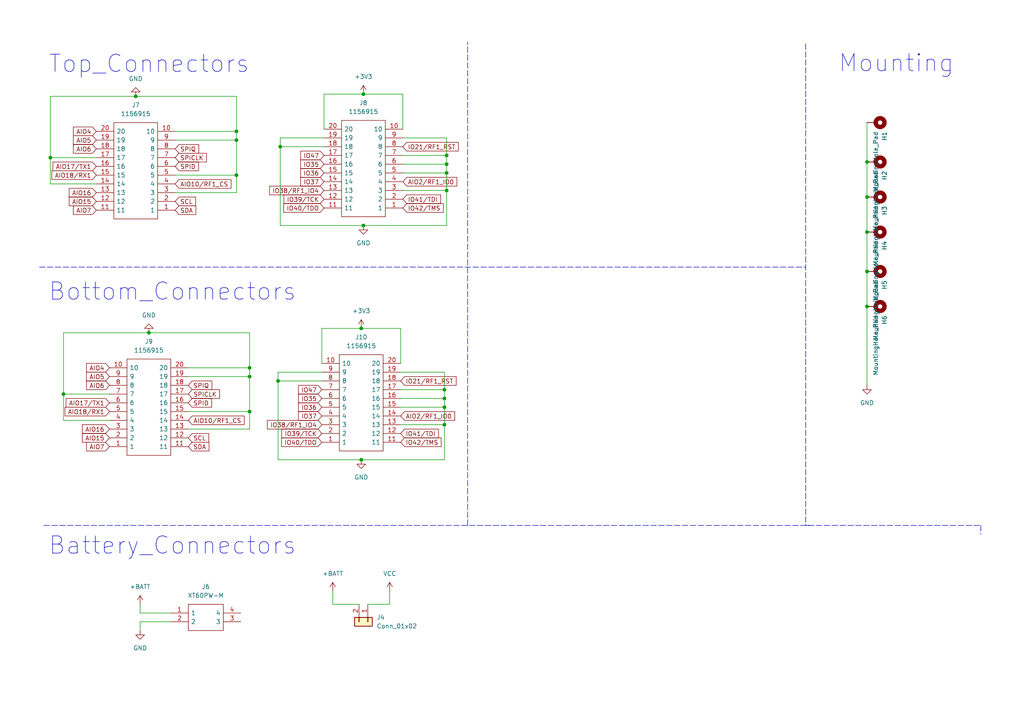
<source format=kicad_sch>
(kicad_sch (version 20211123) (generator eeschema)
  (paper "A4")
  (lib_symbols
    (symbol "1156915:1156915" (pin_names (offset 0.762))
      (property "Reference" "J" (at 19.05 7.62 0))
      (property "Value" "1156915" (at 40.64 6.35 0))
      (symbol "1156915_0_0"
        (pin passive line (at 22.86 -22.86 180) (length 5.08) (name "1") (number "1"))
        (pin passive line (at 22.86 0 180) (length 5.08) (name "10") (number "10"))
        (pin passive line (at 0 -22.86 0) (length 5.08) (name "11") (number "11"))
        (pin passive line (at 0 -20.32 0) (length 5.08) (name "12") (number "12"))
        (pin passive line (at 0 -17.78 0) (length 5.08) (name "13") (number "13"))
        (pin passive line (at 0 -15.24 0) (length 5.08) (name "14") (number "14"))
        (pin passive line (at 0 -12.7 0) (length 5.08) (name "15") (number "15"))
        (pin passive line (at 0 -10.16 0) (length 5.08) (name "16") (number "16"))
        (pin passive line (at 0 -7.62 0) (length 5.08) (name "17") (number "17"))
        (pin passive line (at 0 -5.08 0) (length 5.08) (name "18") (number "18"))
        (pin passive line (at 0 -2.54 0) (length 5.08) (name "19") (number "19"))
        (pin passive line (at 22.86 -20.32 180) (length 5.08) (name "2") (number "2"))
        (pin passive line (at 0 0 0) (length 5.08) (name "20") (number "20"))
        (pin passive line (at 22.86 -17.78 180) (length 5.08) (name "3") (number "3"))
        (pin passive line (at 22.86 -15.24 180) (length 5.08) (name "4") (number "4"))
        (pin passive line (at 22.86 -12.7 180) (length 5.08) (name "5") (number "5"))
        (pin passive line (at 22.86 -10.16 180) (length 5.08) (name "6") (number "6"))
        (pin passive line (at 22.86 -7.62 180) (length 5.08) (name "7") (number "7"))
        (pin passive line (at 22.86 -5.08 180) (length 5.08) (name "8") (number "8"))
        (pin passive line (at 22.86 -2.54 180) (length 5.08) (name "9") (number "9"))
      )
      (symbol "1156915_0_1"
        (polyline (pts (xy 5.08 2.54) (xy 17.78 2.54) (xy 17.78 -25.4) (xy 5.08 -25.4) (xy 5.08 2.54)) (stroke (width 0.1524)))
      )
    )
    (symbol "Connector_Generic:Conn_01x02" (pin_names (offset 1.016) hide)
      (property "Reference" "J" (at 0 2.54 0))
      (property "Value" "Conn_01x02" (at 0 -5.08 0))
      (symbol "Conn_01x02_1_1"
        (rectangle (start -1.27 -2.413) (end 0 -2.667) (stroke (width 0.1524)))
        (rectangle (start -1.27 0.127) (end 0 -0.127) (stroke (width 0.1524)))
        (rectangle (start -1.27 1.27) (end 1.27 -3.81) (stroke (width 0.254)) (fill (type background)))
        (pin passive line (at -5.08 0 0) (length 3.81) (name "Pin_1") (number "1"))
        (pin passive line (at -5.08 -2.54 0) (length 3.81) (name "Pin_2") (number "2"))
      )
    )
    (symbol "Mechanical:MountingHole_Pad" (pin_numbers hide) (pin_names (offset 1.016) hide)
      (property "Reference" "H" (at 0 6.35 0))
      (property "Value" "MountingHole_Pad" (at 0 4.445 0))
      (symbol "MountingHole_Pad_0_1"
        (circle (center 0 1.27) (radius 1.27) (stroke (width 1.27)))
      )
      (symbol "MountingHole_Pad_1_1"
        (pin input line (at 0 -2.54 90) (length 2.54) (name "1") (number "1"))
      )
    )
    (symbol "XT60PW-M:XT60PW-M" (pin_names (offset 0.762))
      (property "Reference" "J" (at 16.51 7.62 0))
      (property "Value" "XT60PW-M" (at 31.75 8.89 0))
      (symbol "XT60PW-M_0_0"
        (pin passive line (at 0 0 0) (length 5.08) (name "1") (number "1"))
        (pin passive line (at 0 -2.54 0) (length 5.08) (name "2") (number "2"))
        (pin passive line (at 20.32 -2.54 180) (length 5.08) (name "3") (number "3"))
        (pin passive line (at 20.32 0 180) (length 5.08) (name "4") (number "4"))
      )
      (symbol "XT60PW-M_0_1"
        (polyline (pts (xy 5.08 2.54) (xy 15.24 2.54) (xy 15.24 -5.08) (xy 5.08 -5.08) (xy 5.08 2.54)) (stroke (width 0.1524)))
      )
    )
    (symbol "power:+3V3" (power) (pin_names (offset 0))
      (property "Value" "+3V3" (at 0 3.556 0))
      (symbol "+3V3_0_1"
        (polyline (pts (xy -0.762 1.27) (xy 0 2.54)))
        (polyline (pts (xy 0 0) (xy 0 2.54)))
        (polyline (pts (xy 0 2.54) (xy 0.762 1.27)))
      )
      (symbol "+3V3_1_1"
        (pin power_in line (at 0 0 90) (length 0) hide (name "+3V3") (number "1"))
      )
    )
    (symbol "power:+BATT" (power) (pin_names (offset 0))
      (property "Value" "+BATT" (at 0 3.556 0))
      (symbol "+BATT_0_1"
        (polyline (pts (xy -0.762 1.27) (xy 0 2.54)))
        (polyline (pts (xy 0 0) (xy 0 2.54)))
        (polyline (pts (xy 0 2.54) (xy 0.762 1.27)))
      )
      (symbol "+BATT_1_1"
        (pin power_in line (at 0 0 90) (length 0) hide (name "+BATT") (number "1"))
      )
    )
    (symbol "power:GND" (power) (pin_names (offset 0))
      (property "Value" "GND" (at 0 -3.81 0))
      (symbol "GND_0_1"
        (polyline (pts (xy 0 0) (xy 0 -1.27) (xy 1.27 -1.27) (xy 0 -2.54) (xy -1.27 -1.27) (xy 0 -1.27)))
      )
      (symbol "GND_1_1"
        (pin power_in line (at 0 0 270) (length 0) hide (name "GND") (number "1"))
      )
    )
    (symbol "power:VCC" (power) (pin_names (offset 0))
      (property "Value" "VCC" (at 0 3.81 0))
      (symbol "VCC_0_1"
        (polyline (pts (xy -0.762 1.27) (xy 0 2.54)))
        (polyline (pts (xy 0 0) (xy 0 2.54)))
        (polyline (pts (xy 0 2.54) (xy 0.762 1.27)))
      )
      (symbol "VCC_1_1"
        (pin power_in line (at 0 0 90) (length 0) hide (name "VCC") (number "1"))
      )
    )
  )
  (junction (at 72.39 109.22))
  (junction (at 251.46 78.74))
  (junction (at 129.54 45.085))
  (junction (at 105.41 27.305))
  (junction (at 129.54 55.245))
  (junction (at 129.54 47.625))
  (junction (at 68.58 50.8))
  (junction (at 72.39 106.68))
  (junction (at 105.41 65.405))
  (junction (at 39.37 27.94))
  (junction (at 72.39 119.38))
  (junction (at 251.46 67.31))
  (junction (at 18.415 114.3))
  (junction (at 128.905 118.11))
  (junction (at 251.46 46.99))
  (junction (at 251.46 57.15))
  (junction (at 68.58 38.1))
  (junction (at 104.775 95.25))
  (junction (at 128.905 123.19))
  (junction (at 81.28 42.545))
  (junction (at 129.54 50.165))
  (junction (at 80.645 110.49))
  (junction (at 128.905 115.57))
  (junction (at 128.905 113.03))
  (junction (at 104.775 133.35))
  (junction (at 43.18 96.52))
  (junction (at 68.58 40.64))
  (junction (at 14.605 45.72))
  (junction (at 251.46 88.9))
  (wire (pts (xy 116.84 27.305) (xy 116.84 37.465)))
  (wire (pts (xy 68.58 38.1) (xy 68.58 27.94)))
  (polyline (pts (xy 233.68 12.7) (xy 233.68 152.4)))
  (wire (pts (xy 128.905 123.19) (xy 128.905 118.11)))
  (wire (pts (xy 14.605 27.94) (xy 39.37 27.94)))
  (wire (pts (xy 80.645 107.95) (xy 80.645 110.49)))
  (wire (pts (xy 81.28 40.005) (xy 81.28 42.545)))
  (wire (pts (xy 129.54 55.245) (xy 129.54 50.165)))
  (wire (pts (xy 81.28 42.545) (xy 93.98 42.545)))
  (wire (pts (xy 80.645 110.49) (xy 93.345 110.49)))
  (wire (pts (xy 251.46 78.74) (xy 251.46 88.9)))
  (polyline (pts (xy 12.7 152.4) (xy 284.48 152.4)))
  (wire (pts (xy 104.775 133.35) (xy 128.905 133.35)))
  (wire (pts (xy 54.61 124.46) (xy 72.39 124.46)))
  (wire (pts (xy 116.205 115.57) (xy 128.905 115.57)))
  (wire (pts (xy 251.46 35.56) (xy 251.46 46.99)))
  (wire (pts (xy 251.46 67.31) (xy 251.46 78.74)))
  (wire (pts (xy 18.415 121.92) (xy 31.75 121.92)))
  (wire (pts (xy 129.54 50.165) (xy 129.54 47.625)))
  (wire (pts (xy 93.345 105.41) (xy 93.345 95.25)))
  (wire (pts (xy 116.84 45.085) (xy 129.54 45.085)))
  (wire (pts (xy 116.205 113.03) (xy 128.905 113.03)))
  (wire (pts (xy 129.54 47.625) (xy 129.54 45.085)))
  (wire (pts (xy 50.8 55.88) (xy 68.58 55.88)))
  (wire (pts (xy 49.53 177.8) (xy 40.64 177.8)))
  (wire (pts (xy 128.905 107.95) (xy 116.205 107.95)))
  (wire (pts (xy 68.58 55.88) (xy 68.58 50.8)))
  (wire (pts (xy 18.415 96.52) (xy 43.18 96.52)))
  (wire (pts (xy 128.905 133.35) (xy 128.905 123.19)))
  (polyline (pts (xy 233.68 152.4) (xy 234.95 152.4)))
  (wire (pts (xy 81.28 65.405) (xy 105.41 65.405)))
  (wire (pts (xy 129.54 40.005) (xy 116.84 40.005)))
  (wire (pts (xy 68.58 40.64) (xy 68.58 38.1)))
  (wire (pts (xy 14.605 45.72) (xy 14.605 53.34)))
  (wire (pts (xy 14.605 45.72) (xy 27.94 45.72)))
  (wire (pts (xy 128.905 118.11) (xy 128.905 115.57)))
  (wire (pts (xy 50.8 38.1) (xy 68.58 38.1)))
  (wire (pts (xy 80.645 133.35) (xy 104.775 133.35)))
  (polyline (pts (xy 11.43 77.47) (xy 233.68 77.47)))
  (wire (pts (xy 93.98 40.005) (xy 81.28 40.005)))
  (wire (pts (xy 104.14 175.26) (xy 96.52 175.26)))
  (wire (pts (xy 128.905 115.57) (xy 128.905 113.03)))
  (wire (pts (xy 116.205 118.11) (xy 128.905 118.11)))
  (wire (pts (xy 80.645 110.49) (xy 80.645 133.35)))
  (wire (pts (xy 96.52 171.45) (xy 96.52 175.26)))
  (polyline (pts (xy 284.48 152.4) (xy 284.48 154.94)))
  (wire (pts (xy 93.98 37.465) (xy 93.98 27.305)))
  (wire (pts (xy 50.8 50.8) (xy 68.58 50.8)))
  (polyline (pts (xy 135.636 152.4) (xy 135.636 12.192)))
  (wire (pts (xy 72.39 106.68) (xy 72.39 96.52)))
  (wire (pts (xy 54.61 106.68) (xy 72.39 106.68)))
  (wire (pts (xy 251.46 46.99) (xy 251.46 57.15)))
  (wire (pts (xy 116.205 123.19) (xy 128.905 123.19)))
  (wire (pts (xy 116.84 47.625) (xy 129.54 47.625)))
  (wire (pts (xy 40.64 180.34) (xy 40.64 182.88)))
  (wire (pts (xy 72.39 119.38) (xy 72.39 109.22)))
  (wire (pts (xy 113.03 171.45) (xy 113.03 175.26)))
  (wire (pts (xy 72.39 124.46) (xy 72.39 119.38)))
  (wire (pts (xy 14.605 27.94) (xy 14.605 45.72)))
  (wire (pts (xy 39.37 27.94) (xy 68.58 27.94)))
  (wire (pts (xy 54.61 119.38) (xy 72.39 119.38)))
  (wire (pts (xy 14.605 53.34) (xy 27.94 53.34)))
  (wire (pts (xy 49.53 180.34) (xy 40.64 180.34)))
  (wire (pts (xy 129.54 45.085) (xy 129.54 40.005)))
  (wire (pts (xy 116.84 50.165) (xy 129.54 50.165)))
  (wire (pts (xy 128.905 113.03) (xy 128.905 107.95)))
  (wire (pts (xy 18.415 96.52) (xy 18.415 114.3)))
  (wire (pts (xy 72.39 109.22) (xy 72.39 106.68)))
  (wire (pts (xy 104.775 95.25) (xy 116.205 95.25)))
  (wire (pts (xy 93.345 107.95) (xy 80.645 107.95)))
  (wire (pts (xy 50.8 40.64) (xy 68.58 40.64)))
  (wire (pts (xy 18.415 114.3) (xy 31.75 114.3)))
  (wire (pts (xy 251.46 57.15) (xy 251.46 67.31)))
  (wire (pts (xy 105.41 65.405) (xy 129.54 65.405)))
  (wire (pts (xy 18.415 114.3) (xy 18.415 121.92)))
  (wire (pts (xy 54.61 109.22) (xy 72.39 109.22)))
  (wire (pts (xy 68.58 50.8) (xy 68.58 40.64)))
  (wire (pts (xy 129.54 65.405) (xy 129.54 55.245)))
  (wire (pts (xy 43.18 96.52) (xy 72.39 96.52)))
  (wire (pts (xy 93.345 95.25) (xy 104.775 95.25)))
  (wire (pts (xy 106.68 175.26) (xy 113.03 175.26)))
  (wire (pts (xy 93.98 27.305) (xy 105.41 27.305)))
  (wire (pts (xy 116.84 55.245) (xy 129.54 55.245)))
  (wire (pts (xy 81.28 42.545) (xy 81.28 65.405)))
  (wire (pts (xy 40.64 175.26) (xy 40.64 177.8)))
  (wire (pts (xy 251.46 88.9) (xy 251.46 111.76)))
  (wire (pts (xy 116.205 95.25) (xy 116.205 105.41)))
  (wire (pts (xy 105.41 27.305) (xy 116.84 27.305)))
  (text "Top_Connectors" (at 13.97 21.59 0) (effects (font (size 5 5)) (justify left bottom)))
  (text "Mounting " (at 243.078 21.3868 0) (effects (font (size 5 5)) (justify left bottom)))
  (text "Bottom_Connectors" (at 13.97 87.63 0) (effects (font (size 5 5)) (justify left bottom)))
  (text "Battery_Connectors" (at 13.97 161.29 0) (effects (font (size 5 5)) (justify left bottom)))
  (global_label "IO37" (shape input) (at 93.345 120.65 180) (property "Intersheet References" "${INTERSHEET_REFS}" (effects hide)))
  (global_label "AIO10{slash}RF1_CS" (shape input) (at 50.8 53.34 0) (property "Intersheet References" "${INTERSHEET_REFS}" (effects hide)))
  (global_label "SDA" (shape input) (at 54.61 129.54 0) (property "Intersheet References" "${INTERSHEET_REFS}" (effects hide)))
  (global_label "IO38{slash}RF1_IO4" (shape input) (at 93.98 55.245 180) (property "Intersheet References" "${INTERSHEET_REFS}" (effects hide)))
  (global_label "AIO5" (shape input) (at 27.94 40.64 180) (property "Intersheet References" "${INTERSHEET_REFS}" (effects hide)))
  (global_label "AIO18{slash}RX1" (shape input) (at 31.75 119.38 180) (property "Intersheet References" "${INTERSHEET_REFS}" (effects hide)))
  (global_label "AIO2{slash}RF1_IO0" (shape input) (at 116.205 120.65 0) (property "Intersheet References" "${INTERSHEET_REFS}" (effects hide)))
  (global_label "AIO17{slash}TX1" (shape input) (at 31.75 116.84 180) (property "Intersheet References" "${INTERSHEET_REFS}" (effects hide)))
  (global_label "IO39{slash}TCK" (shape input) (at 93.345 125.73 180) (property "Intersheet References" "${INTERSHEET_REFS}" (effects hide)))
  (global_label "IO41{slash}TDI" (shape input) (at 116.84 57.785 0) (property "Intersheet References" "${INTERSHEET_REFS}" (effects hide)))
  (global_label "AIO16" (shape input) (at 27.94 55.88 180) (property "Intersheet References" "${INTERSHEET_REFS}" (effects hide)))
  (global_label "SCL" (shape input) (at 50.8 58.42 0) (property "Intersheet References" "${INTERSHEET_REFS}" (effects hide)))
  (global_label "IO35" (shape input) (at 93.98 47.625 180) (property "Intersheet References" "${INTERSHEET_REFS}" (effects hide)))
  (global_label "IO42{slash}TMS" (shape input) (at 116.205 128.27 0) (property "Intersheet References" "${INTERSHEET_REFS}" (effects hide)))
  (global_label "AIO2{slash}RF1_IO0" (shape input) (at 116.84 52.705 0) (property "Intersheet References" "${INTERSHEET_REFS}" (effects hide)))
  (global_label "IO40{slash}TDO" (shape input) (at 93.98 60.325 180) (property "Intersheet References" "${INTERSHEET_REFS}" (effects hide)))
  (global_label "IO40{slash}TDO" (shape input) (at 93.345 128.27 180) (property "Intersheet References" "${INTERSHEET_REFS}" (effects hide)))
  (global_label "IO39{slash}TCK" (shape input) (at 93.98 57.785 180) (property "Intersheet References" "${INTERSHEET_REFS}" (effects hide)))
  (global_label "SPICLK" (shape input) (at 50.8 45.72 0) (property "Intersheet References" "${INTERSHEET_REFS}" (effects hide)))
  (global_label "IO38{slash}RF1_IO4" (shape input) (at 93.345 123.19 180) (property "Intersheet References" "${INTERSHEET_REFS}" (effects hide)))
  (global_label "AIO7" (shape input) (at 31.75 129.54 180) (property "Intersheet References" "${INTERSHEET_REFS}" (effects hide)))
  (global_label "IO41{slash}TDI" (shape input) (at 116.205 125.73 0) (property "Intersheet References" "${INTERSHEET_REFS}" (effects hide)))
  (global_label "IO47" (shape input) (at 93.98 45.085 180) (property "Intersheet References" "${INTERSHEET_REFS}" (effects hide)))
  (global_label "AIO6" (shape input) (at 27.94 43.18 180) (property "Intersheet References" "${INTERSHEET_REFS}" (effects hide)))
  (global_label "AIO10{slash}RF1_CS" (shape input) (at 54.61 121.92 0) (property "Intersheet References" "${INTERSHEET_REFS}" (effects hide)))
  (global_label "SPIQ" (shape input) (at 54.61 111.76 0) (property "Intersheet References" "${INTERSHEET_REFS}" (effects hide)))
  (global_label "AIO6" (shape input) (at 31.75 111.76 180) (property "Intersheet References" "${INTERSHEET_REFS}" (effects hide)))
  (global_label "SPID" (shape input) (at 54.61 116.84 0) (property "Intersheet References" "${INTERSHEET_REFS}" (effects hide)))
  (global_label "AIO5" (shape input) (at 31.75 109.22 180) (property "Intersheet References" "${INTERSHEET_REFS}" (effects hide)))
  (global_label "IO36" (shape input) (at 93.98 50.165 180) (property "Intersheet References" "${INTERSHEET_REFS}" (effects hide)))
  (global_label "AIO15" (shape input) (at 31.75 127 180) (property "Intersheet References" "${INTERSHEET_REFS}" (effects hide)))
  (global_label "IO21{slash}RF1_RST" (shape input) (at 116.84 42.545 0) (property "Intersheet References" "${INTERSHEET_REFS}" (effects hide)))
  (global_label "AIO7" (shape input) (at 27.94 60.96 180) (property "Intersheet References" "${INTERSHEET_REFS}" (effects hide)))
  (global_label "SPID" (shape input) (at 50.8 48.26 0) (property "Intersheet References" "${INTERSHEET_REFS}" (effects hide)))
  (global_label "IO36" (shape input) (at 93.345 118.11 180) (property "Intersheet References" "${INTERSHEET_REFS}" (effects hide)))
  (global_label "IO21{slash}RF1_RST" (shape input) (at 116.205 110.49 0) (property "Intersheet References" "${INTERSHEET_REFS}" (effects hide)))
  (global_label "SPIQ" (shape input) (at 50.8 43.18 0) (property "Intersheet References" "${INTERSHEET_REFS}" (effects hide)))
  (global_label "AIO15" (shape input) (at 27.94 58.42 180) (property "Intersheet References" "${INTERSHEET_REFS}" (effects hide)))
  (global_label "AIO16" (shape input) (at 31.75 124.46 180) (property "Intersheet References" "${INTERSHEET_REFS}" (effects hide)))
  (global_label "SCL" (shape input) (at 54.61 127 0) (property "Intersheet References" "${INTERSHEET_REFS}" (effects hide)))
  (global_label "SPICLK" (shape input) (at 54.61 114.3 0) (property "Intersheet References" "${INTERSHEET_REFS}" (effects hide)))
  (global_label "IO47" (shape input) (at 93.345 113.03 180) (property "Intersheet References" "${INTERSHEET_REFS}" (effects hide)))
  (global_label "SDA" (shape input) (at 50.8 60.96 0) (property "Intersheet References" "${INTERSHEET_REFS}" (effects hide)))
  (global_label "IO37" (shape input) (at 93.98 52.705 180) (property "Intersheet References" "${INTERSHEET_REFS}" (effects hide)))
  (global_label "IO42{slash}TMS" (shape input) (at 116.84 60.325 0) (property "Intersheet References" "${INTERSHEET_REFS}" (effects hide)))
  (global_label "IO35" (shape input) (at 93.345 115.57 180) (property "Intersheet References" "${INTERSHEET_REFS}" (effects hide)))
  (global_label "AIO4" (shape input) (at 27.94 38.1 180) (property "Intersheet References" "${INTERSHEET_REFS}" (effects hide)))
  (global_label "AIO17{slash}TX1" (shape input) (at 27.94 48.26 180) (property "Intersheet References" "${INTERSHEET_REFS}" (effects hide)))
  (global_label "AIO18{slash}RX1" (shape input) (at 27.94 50.8 180) (property "Intersheet References" "${INTERSHEET_REFS}" (effects hide)))
  (global_label "AIO4" (shape input) (at 31.75 106.68 180) (property "Intersheet References" "${INTERSHEET_REFS}" (effects hide)))
  (symbol (lib_id "Mechanical:MountingHole_Pad") (at 254 67.31 270) (unit 1)
    (property "Reference" "H4" (at 256.5401 69.85 0) (effects (justify left)))
    (property "Value" "MountingHole_Pad" (at 254.0001 69.85 0) (effects (justify left)))
    (property "Footprint" "Global Footprints:Avionics Mounting Hole" (effects hide))
  )
  (symbol (lib_id "power:GND") (at 43.18 96.52 180) (unit 1)
    (property "Reference" "#PWR0165" (effects hide))
    (property "Value" "GND" (at 43.18 91.44 0))
  )
  (symbol (lib_id "power:GND") (at 104.775 133.35 0) (unit 1)
    (property "Reference" "#PWR0159" (effects hide))
    (property "Value" "GND" (at 104.775 138.43 0))
  )
  (symbol (lib_id "Mechanical:MountingHole_Pad") (at 254 78.74 270) (unit 1)
    (property "Reference" "H5" (at 256.5401 81.28 0) (effects (justify left)))
    (property "Value" "MountingHole_Pad" (at 254.0001 81.28 0) (effects (justify left)))
    (property "Footprint" "Global Footprints:Avionics Mounting Hole" (effects hide))
  )
  (symbol (lib_id "power:VCC") (at 113.03 171.45 0) (unit 1)
    (property "Reference" "#PWR0122" (effects hide))
    (property "Value" "VCC" (at 113.03 166.37 0))
  )
  (symbol (lib_id "power:GND") (at 40.64 182.88 0) (unit 1)
    (property "Reference" "#PWR0125" (effects hide))
    (property "Value" "GND" (at 40.64 187.96 0))
  )
  (symbol (lib_id "power:GND") (at 105.41 65.405 0) (unit 1)
    (property "Reference" "#PWR0161" (effects hide))
    (property "Value" "GND" (at 105.41 70.485 0))
  )
  (symbol (lib_id "Mechanical:MountingHole_Pad") (at 254 88.9 270) (unit 1)
    (property "Reference" "H6" (at 256.5401 91.44 0) (effects (justify left)))
    (property "Value" "MountingHole_Pad" (at 254.0001 91.44 0) (effects (justify left)))
    (property "Footprint" "Global Footprints:Avionics Mounting Hole" (effects hide))
  )
  (symbol (lib_id "1156915:1156915") (at 116.205 105.41 0) (mirror y) (unit 1)
    (property "Reference" "J10" (at 104.775 97.79 0))
    (property "Value" "1156915" (at 104.775 100.33 0))
    (property "Footprint" "Global Footprints:NPPC102KFMS-RC" (effects hide))
    (property "Datasheet" "http://www.phoenixcontact.com/gb/produkte/1156915" (effects hide))
    (property "Description" "SMD pin header, Nominal current at 20??C: 3 A, Test voltage: 500 V?AC, number of positions: 20, pitch: 2.54 mm, color: black, contact surface: Gold, type of contact: Male connector" (effects hide))
    (property "Height" "5.28" (effects hide))
    (property "Manufacturer_Name" "Phoenix Contact" (effects hide))
    (property "Manufacturer_Part_Number" "1156915" (effects hide))
    (property "Mouser Part Number" "651-1156915" (effects hide))
    (property "Mouser Price/Stock" "https://www.mouser.co.uk/ProductDetail/Phoenix-Contact/1156915?qs=Wj%2FVkw3K%252BMDwLcMyfxDlhA%3D%3D" (effects hide))
  )
  (symbol (lib_id "power:GND") (at 39.37 27.94 180) (unit 1)
    (property "Reference" "#PWR0164" (effects hide))
    (property "Value" "GND" (at 39.37 22.86 0))
  )
  (symbol (lib_id "1156915:1156915") (at 54.61 106.68 0) (mirror y) (unit 1)
    (property "Reference" "J9" (at 43.18 99.06 0))
    (property "Value" "1156915" (at 43.18 101.6 0))
    (property "Footprint" "Global Footprints:NPPC102KFMS-RC" (effects hide))
    (property "Datasheet" "http://www.phoenixcontact.com/gb/produkte/1156915" (effects hide))
    (property "Description" "SMD pin header, Nominal current at 20??C: 3 A, Test voltage: 500 V?AC, number of positions: 20, pitch: 2.54 mm, color: black, contact surface: Gold, type of contact: Male connector" (effects hide))
    (property "Height" "5.28" (effects hide))
    (property "Manufacturer_Name" "Phoenix Contact" (effects hide))
    (property "Manufacturer_Part_Number" "1156915" (effects hide))
    (property "Mouser Part Number" "651-1156915" (effects hide))
    (property "Mouser Price/Stock" "https://www.mouser.co.uk/ProductDetail/Phoenix-Contact/1156915?qs=Wj%2FVkw3K%252BMDwLcMyfxDlhA%3D%3D" (effects hide))
  )
  (symbol (lib_id "1156915:1156915") (at 93.98 37.465 0) (unit 1)
    (property "Reference" "J8" (at 105.41 29.845 0))
    (property "Value" "1156915" (at 105.41 32.385 0))
    (property "Footprint" "Global Footprints:NPPC102KFMS-RC" (effects hide))
    (property "Datasheet" "http://www.phoenixcontact.com/gb/produkte/1156915" (effects hide))
    (property "Description" "SMD pin header, Nominal current at 20??C: 3 A, Test voltage: 500 V?AC, number of positions: 20, pitch: 2.54 mm, color: black, contact surface: Gold, type of contact: Male connector" (effects hide))
    (property "Height" "5.28" (effects hide))
    (property "Manufacturer_Name" "Phoenix Contact" (effects hide))
    (property "Manufacturer_Part_Number" "1156915" (effects hide))
    (property "Mouser Part Number" "651-1156915" (effects hide))
    (property "Mouser Price/Stock" "https://www.mouser.co.uk/ProductDetail/Phoenix-Contact/1156915?qs=Wj%2FVkw3K%252BMDwLcMyfxDlhA%3D%3D" (effects hide))
  )
  (symbol (lib_id "power:+BATT") (at 96.52 171.45 0) (unit 1)
    (property "Reference" "#PWR0121" (effects hide))
    (property "Value" "+BATT" (at 96.52 166.37 0))
  )
  (symbol (lib_id "power:GND") (at 251.46 111.76 0) (unit 1)
    (property "Reference" "#PWR0158" (effects hide))
    (property "Value" "GND" (at 251.46 116.84 0))
  )
  (symbol (lib_id "Mechanical:MountingHole_Pad") (at 254 57.15 270) (unit 1)
    (property "Reference" "H3" (at 256.5401 59.69 0) (effects (justify left)))
    (property "Value" "MountingHole_Pad" (at 254.0001 59.69 0) (effects (justify left)))
    (property "Footprint" "Global Footprints:Avionics Mounting Hole" (effects hide))
  )
  (symbol (lib_id "1156915:1156915") (at 27.94 38.1 0) (unit 1)
    (property "Reference" "J7" (at 39.37 30.48 0))
    (property "Value" "1156915" (at 39.37 33.02 0))
    (property "Footprint" "Global Footprints:NPPC102KFMS-RC" (effects hide))
    (property "Datasheet" "http://www.phoenixcontact.com/gb/produkte/1156915" (effects hide))
    (property "Description" "SMD pin header, Nominal current at 20??C: 3 A, Test voltage: 500 V?AC, number of positions: 20, pitch: 2.54 mm, color: black, contact surface: Gold, type of contact: Male connector" (effects hide))
    (property "Height" "5.28" (effects hide))
    (property "Manufacturer_Name" "Phoenix Contact" (effects hide))
    (property "Manufacturer_Part_Number" "1156915" (effects hide))
    (property "Mouser Part Number" "651-1156915" (effects hide))
    (property "Mouser Price/Stock" "https://www.mouser.co.uk/ProductDetail/Phoenix-Contact/1156915?qs=Wj%2FVkw3K%252BMDwLcMyfxDlhA%3D%3D" (effects hide))
  )
  (symbol (lib_id "power:+3V3") (at 104.775 95.25 0) (unit 1)
    (property "Reference" "#PWR0155" (effects hide))
    (property "Value" "+3V3" (at 104.775 90.17 0))
  )
  (symbol (lib_id "Connector_Generic:Conn_01x02") (at 106.68 180.34 270) (unit 1)
    (property "Reference" "J4" (at 109.22 179.0699 90) (effects (justify left)))
    (property "Value" "Conn_01x02" (at 109.22 181.6099 90) (effects (justify left)))
    (property "Footprint" "Connector_PinHeader_2.54mm:PinHeader_1x02_P2.54mm_Vertical" (effects hide))
  )
  (symbol (lib_id "Mechanical:MountingHole_Pad") (at 254 46.99 270) (unit 1)
    (property "Reference" "H2" (at 256.5401 49.53 0) (effects (justify left)))
    (property "Value" "MountingHole_Pad" (at 254.0001 49.53 0) (effects (justify left)))
    (property "Footprint" "Global Footprints:Avionics Mounting Hole" (effects hide))
  )
  (symbol (lib_id "power:+BATT") (at 40.64 175.26 0) (unit 1)
    (property "Reference" "#PWR0126" (effects hide))
    (property "Value" "+BATT" (at 40.64 170.18 0))
  )
  (symbol (lib_id "power:+3V3") (at 105.41 27.305 0) (unit 1)
    (property "Reference" "#PWR0154" (effects hide))
    (property "Value" "+3V3" (at 105.41 22.225 0))
  )
  (symbol (lib_id "Mechanical:MountingHole_Pad") (at 254 35.56 270) (unit 1)
    (property "Reference" "H1" (at 256.5401 38.1 0) (effects (justify left)))
    (property "Value" "MountingHole_Pad" (at 254.0001 38.1 0) (effects (justify left)))
    (property "Footprint" "Global Footprints:Avionics Mounting Hole" (effects hide))
  )
  (symbol (lib_id "XT60PW-M:XT60PW-M") (at 49.53 177.8 0) (unit 1)
    (property "Reference" "J6" (at 59.69 170.18 0))
    (property "Value" "XT60PW-M" (at 59.69 172.72 0))
    (property "Footprint" "AVIONICS:XT60PWM" (effects hide))
    (property "Datasheet" "https://www.tme.eu/Document/9b8d0c5eb7094295f3d3112c214d3ade/XT60PW%20SPEC.pdf" (effects hide))
    (property "Description" "Socket; DC supply; XT60; male; PIN: 2; on PCBs; THT; Colour: yellow" (effects hide))
    (property "Height" "8.4" (effects hide))
    (property "Manufacturer_Name" "Changzou Amass Elec" (effects hide))
    (property "Manufacturer_Part_Number" "XT60PW-M" (effects hide))
  )
)
</source>
